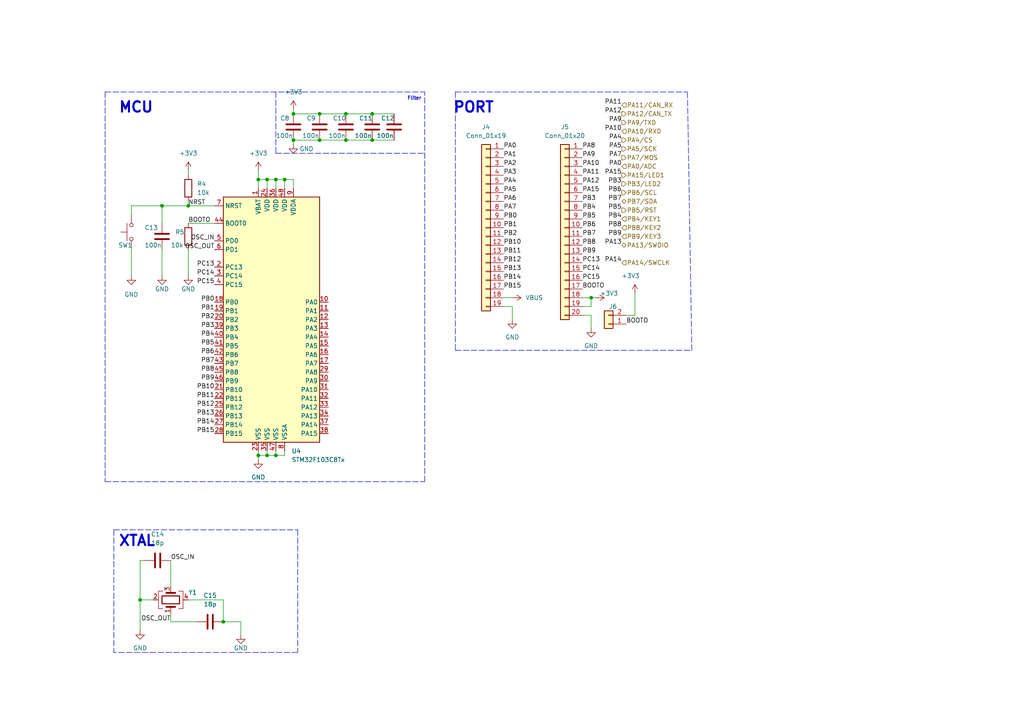
<source format=kicad_sch>
(kicad_sch (version 20211123) (generator eeschema)
  (paper "A4")
  (lib_symbols
    (symbol "Connector_Generic:Conn_01x02" (pin_names (offset 1.016) hide)
      (property "Reference" "J" (at 0 2.54 0))
      (property "Value" "Conn_01x02" (at 0 -5.08 0))
      (symbol "Conn_01x02_1_1"
        (rectangle (start -1.27 -2.413) (end 0 -2.667) (stroke (width 0.1524)))
        (rectangle (start -1.27 0.127) (end 0 -0.127) (stroke (width 0.1524)))
        (rectangle (start -1.27 1.27) (end 1.27 -3.81) (stroke (width 0.254)) (fill (type background)))
        (pin passive line (at -5.08 0 0) (length 3.81) (name "Pin_1") (number "1"))
        (pin passive line (at -5.08 -2.54 0) (length 3.81) (name "Pin_2") (number "2"))
      )
    )
    (symbol "Connector_Generic:Conn_01x19" (pin_names (offset 1.016) hide)
      (property "Reference" "J" (at 0 25.4 0))
      (property "Value" "Conn_01x19" (at 0 -25.4 0))
      (symbol "Conn_01x19_1_1"
        (rectangle (start -1.27 -22.733) (end 0 -22.987) (stroke (width 0.1524)))
        (rectangle (start -1.27 -20.193) (end 0 -20.447) (stroke (width 0.1524)))
        (rectangle (start -1.27 -17.653) (end 0 -17.907) (stroke (width 0.1524)))
        (rectangle (start -1.27 -15.113) (end 0 -15.367) (stroke (width 0.1524)))
        (rectangle (start -1.27 -12.573) (end 0 -12.827) (stroke (width 0.1524)))
        (rectangle (start -1.27 -10.033) (end 0 -10.287) (stroke (width 0.1524)))
        (rectangle (start -1.27 -7.493) (end 0 -7.747) (stroke (width 0.1524)))
        (rectangle (start -1.27 -4.953) (end 0 -5.207) (stroke (width 0.1524)))
        (rectangle (start -1.27 -2.413) (end 0 -2.667) (stroke (width 0.1524)))
        (rectangle (start -1.27 0.127) (end 0 -0.127) (stroke (width 0.1524)))
        (rectangle (start -1.27 2.667) (end 0 2.413) (stroke (width 0.1524)))
        (rectangle (start -1.27 5.207) (end 0 4.953) (stroke (width 0.1524)))
        (rectangle (start -1.27 7.747) (end 0 7.493) (stroke (width 0.1524)))
        (rectangle (start -1.27 10.287) (end 0 10.033) (stroke (width 0.1524)))
        (rectangle (start -1.27 12.827) (end 0 12.573) (stroke (width 0.1524)))
        (rectangle (start -1.27 15.367) (end 0 15.113) (stroke (width 0.1524)))
        (rectangle (start -1.27 17.907) (end 0 17.653) (stroke (width 0.1524)))
        (rectangle (start -1.27 20.447) (end 0 20.193) (stroke (width 0.1524)))
        (rectangle (start -1.27 22.987) (end 0 22.733) (stroke (width 0.1524)))
        (rectangle (start -1.27 24.13) (end 1.27 -24.13) (stroke (width 0.254)) (fill (type background)))
        (pin passive line (at -5.08 22.86 0) (length 3.81) (name "Pin_1") (number "1"))
        (pin passive line (at -5.08 0 0) (length 3.81) (name "Pin_10") (number "10"))
        (pin passive line (at -5.08 -2.54 0) (length 3.81) (name "Pin_11") (number "11"))
        (pin passive line (at -5.08 -5.08 0) (length 3.81) (name "Pin_12") (number "12"))
        (pin passive line (at -5.08 -7.62 0) (length 3.81) (name "Pin_13") (number "13"))
        (pin passive line (at -5.08 -10.16 0) (length 3.81) (name "Pin_14") (number "14"))
        (pin passive line (at -5.08 -12.7 0) (length 3.81) (name "Pin_15") (number "15"))
        (pin passive line (at -5.08 -15.24 0) (length 3.81) (name "Pin_16") (number "16"))
        (pin passive line (at -5.08 -17.78 0) (length 3.81) (name "Pin_17") (number "17"))
        (pin passive line (at -5.08 -20.32 0) (length 3.81) (name "Pin_18") (number "18"))
        (pin passive line (at -5.08 -22.86 0) (length 3.81) (name "Pin_19") (number "19"))
        (pin passive line (at -5.08 20.32 0) (length 3.81) (name "Pin_2") (number "2"))
        (pin passive line (at -5.08 17.78 0) (length 3.81) (name "Pin_3") (number "3"))
        (pin passive line (at -5.08 15.24 0) (length 3.81) (name "Pin_4") (number "4"))
        (pin passive line (at -5.08 12.7 0) (length 3.81) (name "Pin_5") (number "5"))
        (pin passive line (at -5.08 10.16 0) (length 3.81) (name "Pin_6") (number "6"))
        (pin passive line (at -5.08 7.62 0) (length 3.81) (name "Pin_7") (number "7"))
        (pin passive line (at -5.08 5.08 0) (length 3.81) (name "Pin_8") (number "8"))
        (pin passive line (at -5.08 2.54 0) (length 3.81) (name "Pin_9") (number "9"))
      )
    )
    (symbol "Connector_Generic:Conn_01x20" (pin_names (offset 1.016) hide)
      (property "Reference" "J" (at 0 25.4 0))
      (property "Value" "Conn_01x20" (at 0 -27.94 0))
      (symbol "Conn_01x20_1_1"
        (rectangle (start -1.27 -25.273) (end 0 -25.527) (stroke (width 0.1524)))
        (rectangle (start -1.27 -22.733) (end 0 -22.987) (stroke (width 0.1524)))
        (rectangle (start -1.27 -20.193) (end 0 -20.447) (stroke (width 0.1524)))
        (rectangle (start -1.27 -17.653) (end 0 -17.907) (stroke (width 0.1524)))
        (rectangle (start -1.27 -15.113) (end 0 -15.367) (stroke (width 0.1524)))
        (rectangle (start -1.27 -12.573) (end 0 -12.827) (stroke (width 0.1524)))
        (rectangle (start -1.27 -10.033) (end 0 -10.287) (stroke (width 0.1524)))
        (rectangle (start -1.27 -7.493) (end 0 -7.747) (stroke (width 0.1524)))
        (rectangle (start -1.27 -4.953) (end 0 -5.207) (stroke (width 0.1524)))
        (rectangle (start -1.27 -2.413) (end 0 -2.667) (stroke (width 0.1524)))
        (rectangle (start -1.27 0.127) (end 0 -0.127) (stroke (width 0.1524)))
        (rectangle (start -1.27 2.667) (end 0 2.413) (stroke (width 0.1524)))
        (rectangle (start -1.27 5.207) (end 0 4.953) (stroke (width 0.1524)))
        (rectangle (start -1.27 7.747) (end 0 7.493) (stroke (width 0.1524)))
        (rectangle (start -1.27 10.287) (end 0 10.033) (stroke (width 0.1524)))
        (rectangle (start -1.27 12.827) (end 0 12.573) (stroke (width 0.1524)))
        (rectangle (start -1.27 15.367) (end 0 15.113) (stroke (width 0.1524)))
        (rectangle (start -1.27 17.907) (end 0 17.653) (stroke (width 0.1524)))
        (rectangle (start -1.27 20.447) (end 0 20.193) (stroke (width 0.1524)))
        (rectangle (start -1.27 22.987) (end 0 22.733) (stroke (width 0.1524)))
        (rectangle (start -1.27 24.13) (end 1.27 -26.67) (stroke (width 0.254)) (fill (type background)))
        (pin passive line (at -5.08 22.86 0) (length 3.81) (name "Pin_1") (number "1"))
        (pin passive line (at -5.08 0 0) (length 3.81) (name "Pin_10") (number "10"))
        (pin passive line (at -5.08 -2.54 0) (length 3.81) (name "Pin_11") (number "11"))
        (pin passive line (at -5.08 -5.08 0) (length 3.81) (name "Pin_12") (number "12"))
        (pin passive line (at -5.08 -7.62 0) (length 3.81) (name "Pin_13") (number "13"))
        (pin passive line (at -5.08 -10.16 0) (length 3.81) (name "Pin_14") (number "14"))
        (pin passive line (at -5.08 -12.7 0) (length 3.81) (name "Pin_15") (number "15"))
        (pin passive line (at -5.08 -15.24 0) (length 3.81) (name "Pin_16") (number "16"))
        (pin passive line (at -5.08 -17.78 0) (length 3.81) (name "Pin_17") (number "17"))
        (pin passive line (at -5.08 -20.32 0) (length 3.81) (name "Pin_18") (number "18"))
        (pin passive line (at -5.08 -22.86 0) (length 3.81) (name "Pin_19") (number "19"))
        (pin passive line (at -5.08 20.32 0) (length 3.81) (name "Pin_2") (number "2"))
        (pin passive line (at -5.08 -25.4 0) (length 3.81) (name "Pin_20") (number "20"))
        (pin passive line (at -5.08 17.78 0) (length 3.81) (name "Pin_3") (number "3"))
        (pin passive line (at -5.08 15.24 0) (length 3.81) (name "Pin_4") (number "4"))
        (pin passive line (at -5.08 12.7 0) (length 3.81) (name "Pin_5") (number "5"))
        (pin passive line (at -5.08 10.16 0) (length 3.81) (name "Pin_6") (number "6"))
        (pin passive line (at -5.08 7.62 0) (length 3.81) (name "Pin_7") (number "7"))
        (pin passive line (at -5.08 5.08 0) (length 3.81) (name "Pin_8") (number "8"))
        (pin passive line (at -5.08 2.54 0) (length 3.81) (name "Pin_9") (number "9"))
      )
    )
    (symbol "Device:C" (pin_numbers hide) (pin_names (offset 0.254))
      (property "Reference" "C" (at 0.635 2.54 0))
      (property "Value" "C" (at 0.635 -2.54 0))
      (symbol "C_0_1"
        (polyline (pts (xy -2.032 -0.762) (xy 2.032 -0.762)) (stroke (width 0.508)))
        (polyline (pts (xy -2.032 0.762) (xy 2.032 0.762)) (stroke (width 0.508)))
      )
      (symbol "C_1_1"
        (pin passive line (at 0 3.81 270) (length 2.794) (name "~") (number "1"))
        (pin passive line (at 0 -3.81 90) (length 2.794) (name "~") (number "2"))
      )
    )
    (symbol "Device:Crystal_GND24" (pin_names (offset 1.016) hide)
      (property "Reference" "Y" (at 3.175 5.08 0))
      (property "Value" "Crystal_GND24" (at 3.175 3.175 0))
      (symbol "Crystal_GND24_0_1"
        (rectangle (start -1.143 2.54) (end 1.143 -2.54) (stroke (width 0.3048)))
        (polyline (pts (xy -2.54 0) (xy -2.032 0)))
        (polyline (pts (xy -2.032 -1.27) (xy -2.032 1.27)) (stroke (width 0.508)))
        (polyline (pts (xy 0 -3.81) (xy 0 -3.556)))
        (polyline (pts (xy 0 3.556) (xy 0 3.81)))
        (polyline (pts (xy 2.032 -1.27) (xy 2.032 1.27)) (stroke (width 0.508)))
        (polyline (pts (xy 2.032 0) (xy 2.54 0)))
        (polyline (pts (xy -2.54 -2.286) (xy -2.54 -3.556) (xy 2.54 -3.556) (xy 2.54 -2.286)))
        (polyline (pts (xy -2.54 2.286) (xy -2.54 3.556) (xy 2.54 3.556) (xy 2.54 2.286)))
      )
      (symbol "Crystal_GND24_1_1"
        (pin passive line (at -3.81 0 0) (length 1.27) (name "1") (number "1"))
        (pin passive line (at 0 5.08 270) (length 1.27) (name "2") (number "2"))
        (pin passive line (at 3.81 0 180) (length 1.27) (name "3") (number "3"))
        (pin passive line (at 0 -5.08 90) (length 1.27) (name "4") (number "4"))
      )
    )
    (symbol "Device:R" (pin_numbers hide) (pin_names (offset 0))
      (property "Reference" "R" (at 2.032 0 90))
      (property "Value" "R" (at 0 0 90))
      (symbol "R_0_1"
        (rectangle (start -1.016 -2.54) (end 1.016 2.54) (stroke (width 0.254)))
      )
      (symbol "R_1_1"
        (pin passive line (at 0 3.81 270) (length 1.27) (name "~") (number "1"))
        (pin passive line (at 0 -3.81 90) (length 1.27) (name "~") (number "2"))
      )
    )
    (symbol "MCU_ST_STM32F1:STM32F103C8Tx"
      (property "Reference" "U" (at -15.24 36.83 0))
      (property "Value" "STM32F103C8Tx" (at 7.62 36.83 0))
      (symbol "STM32F103C8Tx_0_1"
        (rectangle (start -15.24 -35.56) (end 12.7 35.56) (stroke (width 0.254)) (fill (type background)))
      )
      (symbol "STM32F103C8Tx_1_1"
        (pin power_in line (at -5.08 38.1 270) (length 2.54) (name "VBAT") (number "1"))
        (pin bidirectional line (at 15.24 5.08 180) (length 2.54) (name "PA0") (number "10"))
        (pin bidirectional line (at 15.24 2.54 180) (length 2.54) (name "PA1") (number "11"))
        (pin bidirectional line (at 15.24 0 180) (length 2.54) (name "PA2") (number "12"))
        (pin bidirectional line (at 15.24 -2.54 180) (length 2.54) (name "PA3") (number "13"))
        (pin bidirectional line (at 15.24 -5.08 180) (length 2.54) (name "PA4") (number "14"))
        (pin bidirectional line (at 15.24 -7.62 180) (length 2.54) (name "PA5") (number "15"))
        (pin bidirectional line (at 15.24 -10.16 180) (length 2.54) (name "PA6") (number "16"))
        (pin bidirectional line (at 15.24 -12.7 180) (length 2.54) (name "PA7") (number "17"))
        (pin bidirectional line (at -17.78 5.08 0) (length 2.54) (name "PB0") (number "18"))
        (pin bidirectional line (at -17.78 2.54 0) (length 2.54) (name "PB1") (number "19"))
        (pin bidirectional line (at -17.78 15.24 0) (length 2.54) (name "PC13") (number "2"))
        (pin bidirectional line (at -17.78 0 0) (length 2.54) (name "PB2") (number "20"))
        (pin bidirectional line (at -17.78 -20.32 0) (length 2.54) (name "PB10") (number "21"))
        (pin bidirectional line (at -17.78 -22.86 0) (length 2.54) (name "PB11") (number "22"))
        (pin power_in line (at -5.08 -38.1 90) (length 2.54) (name "VSS") (number "23"))
        (pin power_in line (at -2.54 38.1 270) (length 2.54) (name "VDD") (number "24"))
        (pin bidirectional line (at -17.78 -25.4 0) (length 2.54) (name "PB12") (number "25"))
        (pin bidirectional line (at -17.78 -27.94 0) (length 2.54) (name "PB13") (number "26"))
        (pin bidirectional line (at -17.78 -30.48 0) (length 2.54) (name "PB14") (number "27"))
        (pin bidirectional line (at -17.78 -33.02 0) (length 2.54) (name "PB15") (number "28"))
        (pin bidirectional line (at 15.24 -15.24 180) (length 2.54) (name "PA8") (number "29"))
        (pin bidirectional line (at -17.78 12.7 0) (length 2.54) (name "PC14") (number "3"))
        (pin bidirectional line (at 15.24 -17.78 180) (length 2.54) (name "PA9") (number "30"))
        (pin bidirectional line (at 15.24 -20.32 180) (length 2.54) (name "PA10") (number "31"))
        (pin bidirectional line (at 15.24 -22.86 180) (length 2.54) (name "PA11") (number "32"))
        (pin bidirectional line (at 15.24 -25.4 180) (length 2.54) (name "PA12") (number "33"))
        (pin bidirectional line (at 15.24 -27.94 180) (length 2.54) (name "PA13") (number "34"))
        (pin power_in line (at -2.54 -38.1 90) (length 2.54) (name "VSS") (number "35"))
        (pin power_in line (at 0 38.1 270) (length 2.54) (name "VDD") (number "36"))
        (pin bidirectional line (at 15.24 -30.48 180) (length 2.54) (name "PA14") (number "37"))
        (pin bidirectional line (at 15.24 -33.02 180) (length 2.54) (name "PA15") (number "38"))
        (pin bidirectional line (at -17.78 -2.54 0) (length 2.54) (name "PB3") (number "39"))
        (pin bidirectional line (at -17.78 10.16 0) (length 2.54) (name "PC15") (number "4"))
        (pin bidirectional line (at -17.78 -5.08 0) (length 2.54) (name "PB4") (number "40"))
        (pin bidirectional line (at -17.78 -7.62 0) (length 2.54) (name "PB5") (number "41"))
        (pin bidirectional line (at -17.78 -10.16 0) (length 2.54) (name "PB6") (number "42"))
        (pin bidirectional line (at -17.78 -12.7 0) (length 2.54) (name "PB7") (number "43"))
        (pin input line (at -17.78 27.94 0) (length 2.54) (name "BOOT0") (number "44"))
        (pin bidirectional line (at -17.78 -15.24 0) (length 2.54) (name "PB8") (number "45"))
        (pin bidirectional line (at -17.78 -17.78 0) (length 2.54) (name "PB9") (number "46"))
        (pin power_in line (at 0 -38.1 90) (length 2.54) (name "VSS") (number "47"))
        (pin power_in line (at 2.54 38.1 270) (length 2.54) (name "VDD") (number "48"))
        (pin input line (at -17.78 22.86 0) (length 2.54) (name "PD0") (number "5"))
        (pin input line (at -17.78 20.32 0) (length 2.54) (name "PD1") (number "6"))
        (pin input line (at -17.78 33.02 0) (length 2.54) (name "NRST") (number "7"))
        (pin power_in line (at 2.54 -38.1 90) (length 2.54) (name "VSSA") (number "8"))
        (pin power_in line (at 5.08 38.1 270) (length 2.54) (name "VDDA") (number "9"))
      )
    )
    (symbol "Switch:SW_Push" (pin_numbers hide) (pin_names (offset 1.016) hide)
      (property "Reference" "SW" (at 1.27 2.54 0))
      (property "Value" "SW_Push" (at 0 -1.524 0))
      (symbol "SW_Push_0_1"
        (circle (center -2.032 0) (radius 0.508))
        (polyline (pts (xy 0 1.27) (xy 0 3.048)))
        (polyline (pts (xy 2.54 1.27) (xy -2.54 1.27)))
        (circle (center 2.032 0) (radius 0.508))
        (pin passive line (at -5.08 0 0) (length 2.54) (name "1") (number "1"))
        (pin passive line (at 5.08 0 180) (length 2.54) (name "2") (number "2"))
      )
    )
    (symbol "power:+3V3" (power) (pin_names (offset 0))
      (property "Value" "+3V3" (at 0 3.556 0))
      (symbol "+3V3_0_1"
        (polyline (pts (xy -0.762 1.27) (xy 0 2.54)))
        (polyline (pts (xy 0 0) (xy 0 2.54)))
        (polyline (pts (xy 0 2.54) (xy 0.762 1.27)))
      )
      (symbol "+3V3_1_1"
        (pin power_in line (at 0 0 90) (length 0) hide (name "+3V3") (number "1"))
      )
    )
    (symbol "power:GND" (power) (pin_names (offset 0))
      (property "Value" "GND" (at 0 -3.81 0))
      (symbol "GND_0_1"
        (polyline (pts (xy 0 0) (xy 0 -1.27) (xy 1.27 -1.27) (xy 0 -2.54) (xy -1.27 -1.27) (xy 0 -1.27)))
      )
      (symbol "GND_1_1"
        (pin power_in line (at 0 0 270) (length 0) hide (name "GND") (number "1"))
      )
    )
    (symbol "power:VBUS" (power) (pin_names (offset 0))
      (property "Value" "VBUS" (at 0 3.81 0))
      (symbol "VBUS_0_1"
        (polyline (pts (xy -0.762 1.27) (xy 0 2.54)))
        (polyline (pts (xy 0 0) (xy 0 2.54)))
        (polyline (pts (xy 0 2.54) (xy 0.762 1.27)))
      )
      (symbol "VBUS_1_1"
        (pin power_in line (at 0 0 90) (length 0) hide (name "VBUS") (number "1"))
      )
    )
  )
  (junction (at 107.95 40.64))
  (junction (at 77.47 132.08))
  (junction (at 171.45 86.36))
  (junction (at 92.71 40.64))
  (junction (at 92.71 33.02))
  (junction (at 100.33 40.64))
  (junction (at 54.61 59.69))
  (junction (at 82.55 52.07))
  (junction (at 85.09 33.02))
  (junction (at 77.47 52.07))
  (junction (at 40.64 173.99))
  (junction (at 64.77 180.34))
  (junction (at 107.95 33.02))
  (junction (at 100.33 33.02))
  (junction (at 80.01 52.07))
  (junction (at 80.01 132.08))
  (junction (at 85.09 40.64))
  (junction (at 74.93 132.08))
  (junction (at 74.93 52.07))
  (junction (at 46.99 59.69))
  (polyline (pts (xy 80.01 26.67) (xy 80.01 44.45)))
  (wire (pts (xy 85.09 33.02) (xy 92.71 33.02)))
  (wire (pts (xy 184.15 91.44) (xy 181.61 91.44)))
  (wire (pts (xy 148.59 92.71) (xy 148.59 88.9)))
  (wire (pts (xy 184.15 85.09) (xy 184.15 91.44)))
  (wire (pts (xy 54.61 49.53) (xy 54.61 50.8)))
  (wire (pts (xy 168.91 86.36) (xy 171.45 86.36)))
  (polyline (pts (xy 200.66 101.6) (xy 199.39 26.67)))
  (polyline (pts (xy 33.02 153.67) (xy 33.02 189.23)))
  (wire (pts (xy 54.61 64.77) (xy 62.23 64.77)))
  (wire (pts (xy 41.91 162.56) (xy 40.64 162.56)))
  (wire (pts (xy 74.93 52.07) (xy 74.93 54.61)))
  (wire (pts (xy 49.53 180.34) (xy 57.15 180.34)))
  (wire (pts (xy 54.61 173.99) (xy 64.77 173.99)))
  (wire (pts (xy 171.45 91.44) (xy 171.45 95.25)))
  (wire (pts (xy 54.61 59.69) (xy 62.23 59.69)))
  (wire (pts (xy 40.64 173.99) (xy 44.45 173.99)))
  (wire (pts (xy 64.77 173.99) (xy 64.77 180.34)))
  (wire (pts (xy 80.01 52.07) (xy 82.55 52.07)))
  (wire (pts (xy 85.09 40.64) (xy 92.71 40.64)))
  (wire (pts (xy 171.45 88.9) (xy 168.91 88.9)))
  (wire (pts (xy 38.1 59.69) (xy 38.1 62.23)))
  (polyline (pts (xy 80.01 44.45) (xy 123.19 44.45)))
  (polyline (pts (xy 30.48 26.67) (xy 30.48 139.7)))
  (wire (pts (xy 74.93 132.08) (xy 77.47 132.08)))
  (wire (pts (xy 85.09 52.07) (xy 85.09 54.61)))
  (wire (pts (xy 77.47 52.07) (xy 77.47 54.61)))
  (polyline (pts (xy 123.19 139.7) (xy 123.19 26.67)))
  (polyline (pts (xy 33.02 153.67) (xy 86.36 153.67)))
  (wire (pts (xy 146.05 88.9) (xy 148.59 88.9)))
  (wire (pts (xy 40.64 173.99) (xy 40.64 182.88)))
  (wire (pts (xy 146.05 86.36) (xy 148.59 86.36)))
  (wire (pts (xy 74.93 49.53) (xy 74.93 52.07)))
  (wire (pts (xy 100.33 40.64) (xy 107.95 40.64)))
  (wire (pts (xy 80.01 132.08) (xy 82.55 132.08)))
  (polyline (pts (xy 132.08 101.6) (xy 200.66 101.6)))
  (wire (pts (xy 107.95 40.64) (xy 114.3 40.64)))
  (polyline (pts (xy 123.19 44.45) (xy 123.19 45.72)))
  (wire (pts (xy 100.33 33.02) (xy 107.95 33.02)))
  (wire (pts (xy 80.01 130.81) (xy 80.01 132.08)))
  (polyline (pts (xy 86.36 189.23) (xy 33.02 189.23)))
  (wire (pts (xy 92.71 33.02) (xy 100.33 33.02)))
  (wire (pts (xy 49.53 177.8) (xy 49.53 180.34)))
  (wire (pts (xy 171.45 86.36) (xy 171.45 88.9)))
  (wire (pts (xy 54.61 59.69) (xy 46.99 59.69)))
  (wire (pts (xy 74.93 52.07) (xy 77.47 52.07)))
  (wire (pts (xy 69.85 180.34) (xy 69.85 184.15)))
  (wire (pts (xy 82.55 52.07) (xy 82.55 54.61)))
  (wire (pts (xy 74.93 132.08) (xy 74.93 133.35)))
  (wire (pts (xy 77.47 132.08) (xy 80.01 132.08)))
  (wire (pts (xy 54.61 58.42) (xy 54.61 59.69)))
  (wire (pts (xy 46.99 72.39) (xy 46.99 80.01)))
  (wire (pts (xy 82.55 132.08) (xy 82.55 130.81)))
  (wire (pts (xy 85.09 31.75) (xy 85.09 33.02)))
  (wire (pts (xy 80.01 52.07) (xy 80.01 54.61)))
  (polyline (pts (xy 86.36 153.67) (xy 86.36 189.23)))
  (wire (pts (xy 107.95 33.02) (xy 114.3 33.02)))
  (wire (pts (xy 64.77 180.34) (xy 69.85 180.34)))
  (wire (pts (xy 77.47 130.81) (xy 77.47 132.08)))
  (wire (pts (xy 38.1 72.39) (xy 38.1 80.01)))
  (wire (pts (xy 171.45 86.36) (xy 172.72 86.36)))
  (wire (pts (xy 168.91 91.44) (xy 171.45 91.44)))
  (wire (pts (xy 46.99 59.69) (xy 46.99 64.77)))
  (wire (pts (xy 77.47 52.07) (xy 80.01 52.07)))
  (polyline (pts (xy 132.08 26.67) (xy 132.08 101.6)))
  (wire (pts (xy 49.53 162.56) (xy 49.53 170.18)))
  (wire (pts (xy 54.61 72.39) (xy 54.61 80.01)))
  (wire (pts (xy 92.71 40.64) (xy 100.33 40.64)))
  (wire (pts (xy 46.99 59.69) (xy 38.1 59.69)))
  (polyline (pts (xy 30.48 26.67) (xy 123.19 26.67)))
  (wire (pts (xy 74.93 130.81) (xy 74.93 132.08)))
  (wire (pts (xy 82.55 52.07) (xy 85.09 52.07)))
  (polyline (pts (xy 132.08 26.67) (xy 199.39 26.67)))
  (wire (pts (xy 40.64 162.56) (xy 40.64 173.99)))
  (wire (pts (xy 85.09 40.64) (xy 85.09 41.91)))
  (polyline (pts (xy 30.48 139.7) (xy 123.19 139.7)))
  (text "Fliter" (at 118.11 29.21 0) (effects (font (size 1 1) bold) (justify left bottom)))
  (text "XTAL\n" (at 34.29 158.75 0) (effects (font (size 3 3) (thickness 0.6) bold) (justify left bottom)))
  (text "MCU" (at 34.29 33.02 0) (effects (font (size 3 3) (thickness 0.6) bold) (justify left bottom)))
  (text "PORT" (at 143.51 33.02 180) (effects (font (size 3 3) (thickness 0.6) bold) (justify right bottom)))
  (label "PA7" (at 146.05 60.96 0))
  (label "PA10" (at 168.91 48.26 0))
  (label "PA5" (at 180.34 43.18 180))
  (label "PC13" (at 62.23 77.47 180))
  (label "PB4" (at 62.23 97.79 180))
  (label "PB0" (at 146.05 63.5 0))
  (label "PB0" (at 62.23 87.63 180))
  (label "BOOTO" (at 168.91 83.82 0))
  (label "PA12" (at 180.34 33.02 180))
  (label "PB4" (at 180.34 63.5 180))
  (label "PA4" (at 180.34 40.64 180))
  (label "PB8" (at 180.34 66.04 180))
  (label "PB13" (at 62.23 120.65 180))
  (label "PA11" (at 168.91 50.8 0))
  (label "OSC_IN" (at 62.23 69.85 180))
  (label "OSC_OUT" (at 49.53 180.34 180))
  (label "PB6" (at 180.34 55.88 180))
  (label "PB3" (at 168.91 58.42 0))
  (label "PB7" (at 62.23 105.41 180))
  (label "PC14" (at 62.23 80.01 180))
  (label "PA8" (at 168.91 43.18 0))
  (label "PC14" (at 168.91 78.74 0))
  (label "PB5" (at 180.34 60.96 180))
  (label "PA10" (at 180.34 38.1 180))
  (label "PB7" (at 180.34 58.42 180))
  (label "PB3" (at 180.34 53.34 180))
  (label "PA9" (at 180.34 35.56 180))
  (label "PB8" (at 62.23 107.95 180))
  (label "PB4" (at 168.91 60.96 0))
  (label "PA4" (at 146.05 53.34 0))
  (label "PB9" (at 62.23 110.49 180))
  (label "PC15" (at 62.23 82.55 180))
  (label "PA9" (at 168.91 45.72 0))
  (label "NRST" (at 54.61 59.69 0))
  (label "PB13" (at 146.05 78.74 0))
  (label "PA0" (at 146.05 43.18 0))
  (label "PA12" (at 168.91 53.34 0))
  (label "BOOTO" (at 181.61 93.98 0))
  (label "PB12" (at 62.23 118.11 180))
  (label "BOOTO" (at 54.61 64.77 0))
  (label "PB14" (at 146.05 81.28 0))
  (label "PB9" (at 180.34 68.58 180))
  (label "PB15" (at 146.05 83.82 0))
  (label "PA1" (at 146.05 45.72 0))
  (label "PA14" (at 180.34 76.2 180))
  (label "PB1" (at 62.23 90.17 180))
  (label "PB1" (at 146.05 66.04 0))
  (label "PA15" (at 168.91 55.88 0))
  (label "PB14" (at 62.23 123.19 180))
  (label "PB11" (at 146.05 73.66 0))
  (label "PA11" (at 180.34 30.48 180))
  (label "PA2" (at 146.05 48.26 0))
  (label "PA0" (at 180.34 48.26 180))
  (label "PC15" (at 168.91 81.28 0))
  (label "PB7" (at 168.91 68.58 0))
  (label "PB9" (at 168.91 73.66 0))
  (label "PB11" (at 62.23 115.57 180))
  (label "PB10" (at 62.23 113.03 180))
  (label "OSC_OUT" (at 62.23 72.39 180))
  (label "OSC_IN" (at 49.53 162.56 0))
  (label "PB6" (at 62.23 102.87 180))
  (label "PB2" (at 146.05 68.58 0))
  (label "PB2" (at 62.23 92.71 180))
  (label "PA7" (at 180.34 45.72 180))
  (label "PB15" (at 62.23 125.73 180))
  (label "PA13" (at 180.34 71.12 180))
  (label "PA6" (at 146.05 58.42 0))
  (label "PA15" (at 180.34 50.8 180))
  (label "PB8" (at 168.91 71.12 0))
  (label "PB5" (at 62.23 100.33 180))
  (label "PB5" (at 168.91 63.5 0))
  (label "PB10" (at 146.05 71.12 0))
  (label "PB3" (at 62.23 95.25 180))
  (label "PB12" (at 146.05 76.2 0))
  (label "PC13" (at 168.91 76.2 0))
  (label "PB6" (at 168.91 66.04 0))
  (label "PA5" (at 146.05 55.88 0))
  (label "PA3" (at 146.05 50.8 0))
  (hierarchical_label "PA5{slash}SCK" (shape output) (at 180.34 43.18 0))
  (hierarchical_label "PB8{slash}KEY2" (shape input) (at 180.34 66.04 0))
  (hierarchical_label "PB9{slash}KEY3" (shape input) (at 180.34 68.58 0))
  (hierarchical_label "PA11{slash}CAN_RX" (shape input) (at 180.34 30.48 0))
  (hierarchical_label "PA15{slash}LED1" (shape output) (at 180.34 50.8 0))
  (hierarchical_label "PB5{slash}RST" (shape output) (at 180.34 60.96 0))
  (hierarchical_label "PB3{slash}LED2" (shape output) (at 180.34 53.34 0))
  (hierarchical_label "PB6{slash}SCL" (shape output) (at 180.34 55.88 0))
  (hierarchical_label "PA7{slash}MOS" (shape output) (at 180.34 45.72 0))
  (hierarchical_label "PB4{slash}KEY1" (shape input) (at 180.34 63.5 0))
  (hierarchical_label "PA14{slash}SWCLK" (shape input) (at 180.34 76.2 0))
  (hierarchical_label "PA0{slash}ADC" (shape input) (at 180.34 48.26 0))
  (hierarchical_label "PA9{slash}TXD" (shape output) (at 180.34 35.56 0))
  (hierarchical_label "PB7{slash}SDA" (shape bidirectional) (at 180.34 58.42 0))
  (hierarchical_label "PA12{slash}CAN_TX" (shape output) (at 180.34 33.02 0))
  (hierarchical_label "PA4{slash}CS" (shape output) (at 180.34 40.64 0))
  (hierarchical_label "PA13{slash}SWDIO" (shape bidirectional) (at 180.34 71.12 0))
  (hierarchical_label "PA10{slash}RXD" (shape input) (at 180.34 38.1 0))
  (symbol (lib_id "power:+3V3") (at 172.72 86.36 270) (unit 1)
    (property "Reference" "#PWR043" (effects hide))
    (property "Value" "+3V3" (at 173.99 85.09 90) (effects (justify left)))
  )
  (symbol (lib_id "Switch:SW_Push") (at 38.1 67.31 90) (unit 1)
    (property "Reference" "SW1" (at 34.29 71.12 90) (effects (justify right)))
    (property "Value" "SW_Push" (effects hide))
  )
  (symbol (lib_id "power:GND") (at 85.09 41.91 0) (unit 1)
    (property "Reference" "#PWR039" (effects hide))
    (property "Value" "GND" (at 88.9 43.18 0))
  )
  (symbol (lib_id "Device:C") (at 92.71 36.83 0) (unit 1)
    (property "Reference" "C9" (at 88.9 34.29 0) (effects (justify left)))
    (property "Value" "100n" (at 87.63 39.37 0) (effects (justify left)))
    (property "Footprint" "C_0603_1608Metric" (effects hide))
  )
  (symbol (lib_id "Device:R") (at 54.61 54.61 0) (unit 1)
    (property "Reference" "R4" (at 57.15 53.3399 0) (effects (justify left)))
    (property "Value" "10k" (at 57.15 55.8799 0) (effects (justify left)))
    (property "Footprint" "Resistor_SMD:R_0603_1608Metric" (effects hide))
  )
  (symbol (lib_id "Device:C") (at 85.09 36.83 0) (unit 1)
    (property "Reference" "C8" (at 81.28 34.29 0) (effects (justify left)))
    (property "Value" "100n" (at 80.01 39.37 0) (effects (justify left)))
    (property "Footprint" "C_0603_1608Metric" (effects hide))
  )
  (symbol (lib_id "Device:C") (at 114.3 36.83 0) (unit 1)
    (property "Reference" "C12" (at 110.49 34.29 0) (effects (justify left)))
    (property "Value" "100n" (at 109.22 39.37 0) (effects (justify left)))
    (property "Footprint" "C_0603_1608Metric" (effects hide))
  )
  (symbol (lib_id "power:+3V3") (at 85.09 31.75 0) (unit 1)
    (property "Reference" "#PWR038" (effects hide))
    (property "Value" "+3V3" (at 85.09 26.67 0))
  )
  (symbol (lib_id "power:GND") (at 38.1 80.01 0) (unit 1)
    (property "Reference" "#PWR032" (effects hide))
    (property "Value" "GND" (at 38.1 85.4276 0))
  )
  (symbol (lib_id "power:GND") (at 54.61 80.01 0) (unit 1)
    (property "Reference" "#PWR035" (effects hide))
    (property "Value" "GND" (at 54.61 83.82 0))
  )
  (symbol (lib_id "Device:R") (at 54.61 68.58 0) (unit 1)
    (property "Reference" "R5" (at 50.8 67.31 0) (effects (justify left)))
    (property "Value" "10k" (at 49.53 71.12 0) (effects (justify left)))
    (property "Footprint" "Resistor_SMD:R_0603_1608Metric" (effects hide))
  )
  (symbol (lib_id "power:VBUS") (at 148.59 86.36 270) (unit 1)
    (property "Reference" "#PWR040" (effects hide))
    (property "Value" "VBUS" (at 152.4 86.3599 90) (effects (justify left)))
  )
  (symbol (lib_id "Device:Crystal_GND24") (at 49.53 173.99 90) (unit 1)
    (property "Reference" "Y1" (at 55.88 171.831 90))
    (property "Value" "Crystal_GND24" (effects hide))
    (property "Footprint" "Crystal:Crystal_SMD_3225-4Pin_3.2x2.5mm" (effects hide))
  )
  (symbol (lib_id "power:+3V3") (at 54.61 49.53 0) (unit 1)
    (property "Reference" "#PWR034" (effects hide))
    (property "Value" "+3V3" (at 54.61 44.45 0))
  )
  (symbol (lib_id "power:GND") (at 40.64 182.88 0) (unit 1)
    (property "Reference" "#PWR062" (effects hide))
    (property "Value" "GND" (at 40.64 187.96 0))
  )
  (symbol (lib_id "power:+3V3") (at 74.93 49.53 0) (unit 1)
    (property "Reference" "#PWR036" (effects hide))
    (property "Value" "+3V3" (at 74.93 44.45 0))
  )
  (symbol (lib_id "Device:C") (at 107.95 36.83 0) (unit 1)
    (property "Reference" "C11" (at 104.14 34.29 0) (effects (justify left)))
    (property "Value" "100n" (at 102.87 39.37 0) (effects (justify left)))
    (property "Footprint" "C_0603_1608Metric" (effects hide))
  )
  (symbol (lib_id "Connector_Generic:Conn_01x19") (at 140.97 66.04 0) (mirror y) (unit 1)
    (property "Reference" "J4" (at 140.97 36.83 0))
    (property "Value" "Conn_01x19" (at 140.97 39.37 0))
    (property "Footprint" "Connector_PinHeader_2.54mm:PinHeader_1x19_P2.54mm_Vertical" (effects hide))
  )
  (symbol (lib_id "power:GND") (at 69.85 184.15 0) (unit 1)
    (property "Reference" "#PWR063" (effects hide))
    (property "Value" "GND" (at 69.85 187.96 0))
  )
  (symbol (lib_id "Device:C") (at 100.33 36.83 0) (unit 1)
    (property "Reference" "C10" (at 96.52 34.29 0) (effects (justify left)))
    (property "Value" "100n" (at 95.25 39.37 0) (effects (justify left)))
    (property "Footprint" "C_0603_1608Metric" (effects hide))
  )
  (symbol (lib_id "power:GND") (at 46.99 80.01 0) (unit 1)
    (property "Reference" "#PWR033" (effects hide))
    (property "Value" "GND" (at 46.99 83.82 0))
  )
  (symbol (lib_id "power:GND") (at 74.93 133.35 0) (unit 1)
    (property "Reference" "#PWR037" (effects hide))
    (property "Value" "GND" (at 74.93 138.43 0))
  )
  (symbol (lib_id "power:GND") (at 171.45 95.25 0) (unit 1)
    (property "Reference" "#PWR042" (effects hide))
    (property "Value" "GND" (at 171.45 100.33 0))
  )
  (symbol (lib_id "Connector_Generic:Conn_01x20") (at 163.83 66.04 0) (mirror y) (unit 1)
    (property "Reference" "J5" (at 163.83 36.83 0))
    (property "Value" "Conn_01x20" (at 163.83 39.37 0))
    (property "Footprint" "Resistor_SMD:R_0603_1608Metric" (effects hide))
  )
  (symbol (lib_id "Device:C") (at 46.99 68.58 0) (unit 1)
    (property "Reference" "C13" (at 41.91 66.04 0) (effects (justify left)))
    (property "Value" "100n" (at 41.91 71.12 0) (effects (justify left)))
    (property "Footprint" "C_0603_1608Metric" (effects hide))
  )
  (symbol (lib_id "Device:C") (at 60.96 180.34 90) (unit 1)
    (property "Reference" "C15" (at 60.96 172.72 90))
    (property "Value" "18p" (at 60.96 175.26 90))
    (property "Footprint" "C_0603_1608Metric" (effects hide))
  )
  (symbol (lib_id "power:GND") (at 148.59 92.71 0) (unit 1)
    (property "Reference" "#PWR041" (effects hide))
    (property "Value" "GND" (at 148.59 97.79 0))
  )
  (symbol (lib_id "Connector_Generic:Conn_01x02") (at 176.53 93.98 180) (unit 1)
    (property "Reference" "J6" (at 177.8 88.9 0))
    (property "Value" "Conn_01x02" (effects hide))
    (property "Footprint" "Connector_PinHeader_2.54mm:PinHeader_1x02_P2.54mm_Vertical" (effects hide))
  )
  (symbol (lib_id "power:+3V3") (at 184.15 85.09 0) (unit 1)
    (property "Reference" "#PWR044" (effects hide))
    (property "Value" "+3V3" (at 182.88 80.01 0))
  )
  (symbol (lib_id "MCU_ST_STM32F1:STM32F103C8Tx") (at 80.01 92.71 0) (unit 1)
    (property "Reference" "U4" (at 84.5694 130.81 0) (effects (justify left)))
    (property "Value" "STM32F103C8Tx" (at 84.5694 133.35 0) (effects (justify left)))
    (property "Footprint" "Package_QFP:LQFP-48_7x7mm_P0.5mm" (effects hide))
    (property "Datasheet" "http://www.st.com/st-web-ui/static/active/en/resource/technical/document/datasheet/CD00161566.pdf" (effects hide))
  )
  (symbol (lib_id "Device:C") (at 45.72 162.56 90) (unit 1)
    (property "Reference" "C14" (at 45.72 154.94 90))
    (property "Value" "18p" (at 45.72 157.48 90))
    (property "Footprint" "C_0603_1608Metric" (effects hide))
  )
)
</source>
